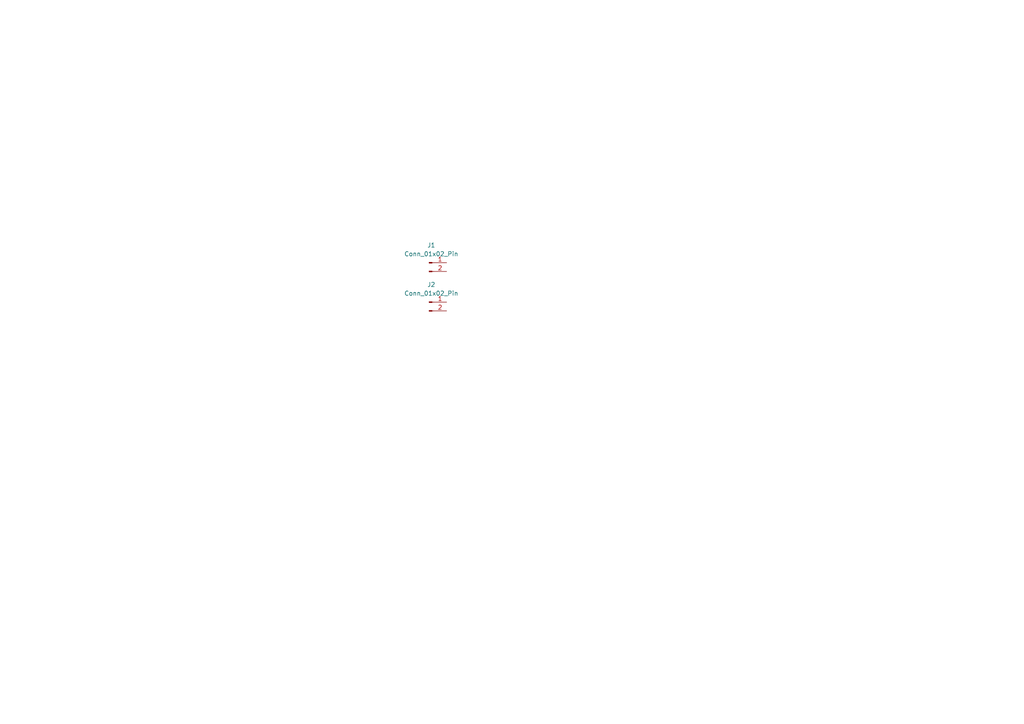
<source format=kicad_sch>
(kicad_sch (version 20231120) (generator "eeschema") (generator_version "8.0")
  (paper "A4")
  (lib_symbols
    (symbol "Connector:Conn_01x02_Pin" (pin_names (offset 1.016) hide)
      (property "Reference" "J" (at 0 2.54 0))
      (property "Value" "Conn_01x02_Pin" (at 0 -5.08 0))
      (symbol "Conn_01x02_Pin_1_1"
        (polyline (pts (xy 1.27 -2.54) (xy 0.8636 -2.54)) (stroke (width 0.1524)))
        (polyline (pts (xy 1.27 0) (xy 0.8636 0)) (stroke (width 0.1524)))
        (rectangle (start 0.8636 -2.413) (end 0 -2.667) (stroke (width 0.1524)) (fill (type outline)))
        (rectangle (start 0.8636 0.127) (end 0 -0.127) (stroke (width 0.1524)) (fill (type outline)))
        (pin passive line (at 5.08 0 180) (length 3.81) (name "Pin_1") (number "1"))
        (pin passive line (at 5.08 -2.54 180) (length 3.81) (name "Pin_2") (number "2"))
      )
    )
  )
  (symbol (lib_id "Connector:Conn_01x02_Pin") (at 124.46 87.63 0) (unit 1)
    (property "Reference" "J2" (at 125.095 82.55 0))
    (property "Value" "Conn_01x02_Pin" (at 125.095 85.09 0))
    (property "Footprint" "Connector_PinHeader_2.54mm:PinHeader_1x02_P2.54mm_Vertical" (effects (hide yes)))
    (property "Description" "Generic connector, single row, 01x02, script generated" (effects (hide yes)))
  )
  (symbol (lib_id "Connector:Conn_01x02_Pin") (at 124.46 76.2 0) (unit 1)
    (property "Reference" "J1" (at 125.095 71.12 0))
    (property "Value" "Conn_01x02_Pin" (at 125.095 73.66 0))
    (property "Footprint" "Connector_PinHeader_2.54mm:PinHeader_1x02_P2.54mm_Vertical" (effects (hide yes)))
    (property "Description" "Generic connector, single row, 01x02, script generated" (effects (hide yes)))
  )
)
</source>
